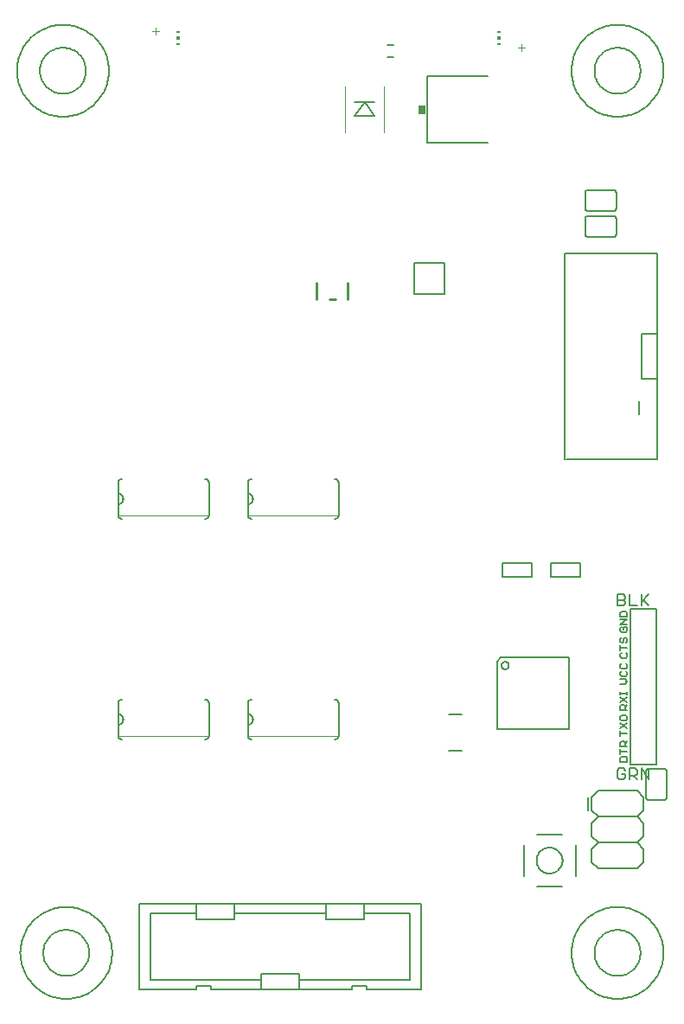
<source format=gto>
G75*
G70*
%OFA0B0*%
%FSLAX24Y24*%
%IPPOS*%
%LPD*%
%AMOC8*
5,1,8,0,0,1.08239X$1,22.5*
%
%ADD10C,0.0060*%
%ADD11C,0.0080*%
%ADD12C,0.0050*%
%ADD13C,0.0020*%
%ADD14C,0.0100*%
%ADD15R,0.0300X0.0340*%
%ADD16C,0.0040*%
%ADD17C,0.0030*%
%ADD18R,0.0118X0.0059*%
%ADD19R,0.0118X0.0118*%
D10*
X003994Y004880D02*
X003996Y004939D01*
X004002Y004998D01*
X004012Y005056D01*
X004025Y005114D01*
X004043Y005171D01*
X004064Y005226D01*
X004089Y005280D01*
X004118Y005332D01*
X004150Y005381D01*
X004185Y005429D01*
X004223Y005474D01*
X004264Y005517D01*
X004308Y005557D01*
X004354Y005593D01*
X004403Y005627D01*
X004454Y005657D01*
X004507Y005684D01*
X004562Y005707D01*
X004617Y005726D01*
X004675Y005742D01*
X004733Y005754D01*
X004791Y005762D01*
X004850Y005766D01*
X004910Y005766D01*
X004969Y005762D01*
X005027Y005754D01*
X005085Y005742D01*
X005143Y005726D01*
X005198Y005707D01*
X005253Y005684D01*
X005306Y005657D01*
X005357Y005627D01*
X005406Y005593D01*
X005452Y005557D01*
X005496Y005517D01*
X005537Y005474D01*
X005575Y005429D01*
X005610Y005381D01*
X005642Y005332D01*
X005671Y005280D01*
X005696Y005226D01*
X005717Y005171D01*
X005735Y005114D01*
X005748Y005056D01*
X005758Y004998D01*
X005764Y004939D01*
X005766Y004880D01*
X005764Y004821D01*
X005758Y004762D01*
X005748Y004704D01*
X005735Y004646D01*
X005717Y004589D01*
X005696Y004534D01*
X005671Y004480D01*
X005642Y004428D01*
X005610Y004379D01*
X005575Y004331D01*
X005537Y004286D01*
X005496Y004243D01*
X005452Y004203D01*
X005406Y004167D01*
X005357Y004133D01*
X005306Y004103D01*
X005253Y004076D01*
X005198Y004053D01*
X005143Y004034D01*
X005085Y004018D01*
X005027Y004006D01*
X004969Y003998D01*
X004910Y003994D01*
X004850Y003994D01*
X004791Y003998D01*
X004733Y004006D01*
X004675Y004018D01*
X004617Y004034D01*
X004562Y004053D01*
X004507Y004076D01*
X004454Y004103D01*
X004403Y004133D01*
X004354Y004167D01*
X004308Y004203D01*
X004264Y004243D01*
X004223Y004286D01*
X004185Y004331D01*
X004150Y004379D01*
X004118Y004428D01*
X004089Y004480D01*
X004064Y004534D01*
X004043Y004589D01*
X004025Y004646D01*
X004012Y004704D01*
X004002Y004762D01*
X003996Y004821D01*
X003994Y004880D01*
X003110Y004880D02*
X003112Y004967D01*
X003119Y005053D01*
X003129Y005140D01*
X003144Y005225D01*
X003163Y005310D01*
X003186Y005394D01*
X003213Y005476D01*
X003245Y005557D01*
X003280Y005637D01*
X003319Y005714D01*
X003362Y005790D01*
X003408Y005863D01*
X003458Y005934D01*
X003512Y006003D01*
X003569Y006069D01*
X003628Y006132D01*
X003691Y006191D01*
X003757Y006248D01*
X003826Y006302D01*
X003897Y006352D01*
X003970Y006398D01*
X004046Y006441D01*
X004123Y006480D01*
X004203Y006515D01*
X004284Y006547D01*
X004366Y006574D01*
X004450Y006597D01*
X004535Y006616D01*
X004620Y006631D01*
X004707Y006641D01*
X004793Y006648D01*
X004880Y006650D01*
X004967Y006648D01*
X005053Y006641D01*
X005140Y006631D01*
X005225Y006616D01*
X005310Y006597D01*
X005394Y006574D01*
X005476Y006547D01*
X005557Y006515D01*
X005637Y006480D01*
X005714Y006441D01*
X005790Y006398D01*
X005863Y006352D01*
X005934Y006302D01*
X006003Y006248D01*
X006069Y006191D01*
X006132Y006132D01*
X006191Y006069D01*
X006248Y006003D01*
X006302Y005934D01*
X006352Y005863D01*
X006398Y005790D01*
X006441Y005714D01*
X006480Y005637D01*
X006515Y005557D01*
X006547Y005476D01*
X006574Y005394D01*
X006597Y005310D01*
X006616Y005225D01*
X006631Y005140D01*
X006641Y005053D01*
X006648Y004967D01*
X006650Y004880D01*
X006648Y004793D01*
X006641Y004707D01*
X006631Y004620D01*
X006616Y004535D01*
X006597Y004450D01*
X006574Y004366D01*
X006547Y004284D01*
X006515Y004203D01*
X006480Y004123D01*
X006441Y004046D01*
X006398Y003970D01*
X006352Y003897D01*
X006302Y003826D01*
X006248Y003757D01*
X006191Y003691D01*
X006132Y003628D01*
X006069Y003569D01*
X006003Y003512D01*
X005934Y003458D01*
X005863Y003408D01*
X005790Y003362D01*
X005714Y003319D01*
X005637Y003280D01*
X005557Y003245D01*
X005476Y003213D01*
X005394Y003186D01*
X005310Y003163D01*
X005225Y003144D01*
X005140Y003129D01*
X005053Y003119D01*
X004967Y003112D01*
X004880Y003110D01*
X004793Y003112D01*
X004707Y003119D01*
X004620Y003129D01*
X004535Y003144D01*
X004450Y003163D01*
X004366Y003186D01*
X004284Y003213D01*
X004203Y003245D01*
X004123Y003280D01*
X004046Y003319D01*
X003970Y003362D01*
X003897Y003408D01*
X003826Y003458D01*
X003757Y003512D01*
X003691Y003569D01*
X003628Y003628D01*
X003569Y003691D01*
X003512Y003757D01*
X003458Y003826D01*
X003408Y003897D01*
X003362Y003970D01*
X003319Y004046D01*
X003280Y004123D01*
X003245Y004203D01*
X003213Y004284D01*
X003186Y004366D01*
X003163Y004450D01*
X003144Y004535D01*
X003129Y004620D01*
X003119Y004707D01*
X003112Y004793D01*
X003110Y004880D01*
X006880Y013260D02*
X006880Y013680D01*
X006880Y014080D01*
X006880Y014500D01*
X006882Y014523D01*
X006887Y014546D01*
X006896Y014568D01*
X006909Y014588D01*
X006924Y014606D01*
X006942Y014621D01*
X006962Y014634D01*
X006984Y014643D01*
X007007Y014648D01*
X007030Y014650D01*
X006880Y014080D02*
X006907Y014078D01*
X006934Y014073D01*
X006960Y014063D01*
X006984Y014051D01*
X007006Y014035D01*
X007026Y014017D01*
X007043Y013995D01*
X007058Y013972D01*
X007068Y013947D01*
X007076Y013921D01*
X007080Y013894D01*
X007080Y013866D01*
X007076Y013839D01*
X007068Y013813D01*
X007058Y013788D01*
X007043Y013765D01*
X007026Y013743D01*
X007006Y013725D01*
X006984Y013709D01*
X006960Y013697D01*
X006934Y013687D01*
X006907Y013682D01*
X006880Y013680D01*
X006880Y013260D02*
X006882Y013237D01*
X006887Y013214D01*
X006896Y013192D01*
X006909Y013172D01*
X006924Y013154D01*
X006942Y013139D01*
X006962Y013126D01*
X006984Y013117D01*
X007007Y013112D01*
X007030Y013110D01*
X010230Y013110D02*
X010253Y013112D01*
X010276Y013117D01*
X010298Y013126D01*
X010318Y013139D01*
X010336Y013154D01*
X010351Y013172D01*
X010364Y013192D01*
X010373Y013214D01*
X010378Y013237D01*
X010380Y013260D01*
X010380Y014500D01*
X010378Y014523D01*
X010373Y014546D01*
X010364Y014568D01*
X010351Y014588D01*
X010336Y014606D01*
X010318Y014621D01*
X010298Y014634D01*
X010276Y014643D01*
X010253Y014648D01*
X010230Y014650D01*
X011880Y014500D02*
X011880Y014080D01*
X011880Y013680D01*
X011880Y013260D01*
X011882Y013237D01*
X011887Y013214D01*
X011896Y013192D01*
X011909Y013172D01*
X011924Y013154D01*
X011942Y013139D01*
X011962Y013126D01*
X011984Y013117D01*
X012007Y013112D01*
X012030Y013110D01*
X011880Y013680D02*
X011907Y013682D01*
X011934Y013687D01*
X011960Y013697D01*
X011984Y013709D01*
X012006Y013725D01*
X012026Y013743D01*
X012043Y013765D01*
X012058Y013788D01*
X012068Y013813D01*
X012076Y013839D01*
X012080Y013866D01*
X012080Y013894D01*
X012076Y013921D01*
X012068Y013947D01*
X012058Y013972D01*
X012043Y013995D01*
X012026Y014017D01*
X012006Y014035D01*
X011984Y014051D01*
X011960Y014063D01*
X011934Y014073D01*
X011907Y014078D01*
X011880Y014080D01*
X011880Y014500D02*
X011882Y014523D01*
X011887Y014546D01*
X011896Y014568D01*
X011909Y014588D01*
X011924Y014606D01*
X011942Y014621D01*
X011962Y014634D01*
X011984Y014643D01*
X012007Y014648D01*
X012030Y014650D01*
X015230Y014650D02*
X015253Y014648D01*
X015276Y014643D01*
X015298Y014634D01*
X015318Y014621D01*
X015336Y014606D01*
X015351Y014588D01*
X015364Y014568D01*
X015373Y014546D01*
X015378Y014523D01*
X015380Y014500D01*
X015380Y013260D01*
X015378Y013237D01*
X015373Y013214D01*
X015364Y013192D01*
X015351Y013172D01*
X015336Y013154D01*
X015318Y013139D01*
X015298Y013126D01*
X015276Y013117D01*
X015253Y013112D01*
X015230Y013110D01*
X015230Y021610D02*
X015253Y021612D01*
X015276Y021617D01*
X015298Y021626D01*
X015318Y021639D01*
X015336Y021654D01*
X015351Y021672D01*
X015364Y021692D01*
X015373Y021714D01*
X015378Y021737D01*
X015380Y021760D01*
X015380Y023000D01*
X015378Y023023D01*
X015373Y023046D01*
X015364Y023068D01*
X015351Y023088D01*
X015336Y023106D01*
X015318Y023121D01*
X015298Y023134D01*
X015276Y023143D01*
X015253Y023148D01*
X015230Y023150D01*
X012030Y023150D02*
X012007Y023148D01*
X011984Y023143D01*
X011962Y023134D01*
X011942Y023121D01*
X011924Y023106D01*
X011909Y023088D01*
X011896Y023068D01*
X011887Y023046D01*
X011882Y023023D01*
X011880Y023000D01*
X011880Y022580D01*
X011880Y022180D01*
X011880Y021760D01*
X011882Y021737D01*
X011887Y021714D01*
X011896Y021692D01*
X011909Y021672D01*
X011924Y021654D01*
X011942Y021639D01*
X011962Y021626D01*
X011984Y021617D01*
X012007Y021612D01*
X012030Y021610D01*
X011880Y022180D02*
X011907Y022182D01*
X011934Y022187D01*
X011960Y022197D01*
X011984Y022209D01*
X012006Y022225D01*
X012026Y022243D01*
X012043Y022265D01*
X012058Y022288D01*
X012068Y022313D01*
X012076Y022339D01*
X012080Y022366D01*
X012080Y022394D01*
X012076Y022421D01*
X012068Y022447D01*
X012058Y022472D01*
X012043Y022495D01*
X012026Y022517D01*
X012006Y022535D01*
X011984Y022551D01*
X011960Y022563D01*
X011934Y022573D01*
X011907Y022578D01*
X011880Y022580D01*
X010380Y023000D02*
X010380Y021760D01*
X010378Y021737D01*
X010373Y021714D01*
X010364Y021692D01*
X010351Y021672D01*
X010336Y021654D01*
X010318Y021639D01*
X010298Y021626D01*
X010276Y021617D01*
X010253Y021612D01*
X010230Y021610D01*
X010380Y023000D02*
X010378Y023023D01*
X010373Y023046D01*
X010364Y023068D01*
X010351Y023088D01*
X010336Y023106D01*
X010318Y023121D01*
X010298Y023134D01*
X010276Y023143D01*
X010253Y023148D01*
X010230Y023150D01*
X007030Y023150D02*
X007007Y023148D01*
X006984Y023143D01*
X006962Y023134D01*
X006942Y023121D01*
X006924Y023106D01*
X006909Y023088D01*
X006896Y023068D01*
X006887Y023046D01*
X006882Y023023D01*
X006880Y023000D01*
X006880Y022580D01*
X006880Y022180D01*
X006880Y021760D01*
X006882Y021737D01*
X006887Y021714D01*
X006896Y021692D01*
X006909Y021672D01*
X006924Y021654D01*
X006942Y021639D01*
X006962Y021626D01*
X006984Y021617D01*
X007007Y021612D01*
X007030Y021610D01*
X006880Y022180D02*
X006907Y022182D01*
X006934Y022187D01*
X006960Y022197D01*
X006984Y022209D01*
X007006Y022225D01*
X007026Y022243D01*
X007043Y022265D01*
X007058Y022288D01*
X007068Y022313D01*
X007076Y022339D01*
X007080Y022366D01*
X007080Y022394D01*
X007076Y022421D01*
X007068Y022447D01*
X007058Y022472D01*
X007043Y022495D01*
X007026Y022517D01*
X007006Y022535D01*
X006984Y022551D01*
X006960Y022563D01*
X006934Y022573D01*
X006907Y022578D01*
X006880Y022580D01*
X003869Y038880D02*
X003871Y038939D01*
X003877Y038998D01*
X003887Y039056D01*
X003900Y039114D01*
X003918Y039171D01*
X003939Y039226D01*
X003964Y039280D01*
X003993Y039332D01*
X004025Y039381D01*
X004060Y039429D01*
X004098Y039474D01*
X004139Y039517D01*
X004183Y039557D01*
X004229Y039593D01*
X004278Y039627D01*
X004329Y039657D01*
X004382Y039684D01*
X004437Y039707D01*
X004492Y039726D01*
X004550Y039742D01*
X004608Y039754D01*
X004666Y039762D01*
X004725Y039766D01*
X004785Y039766D01*
X004844Y039762D01*
X004902Y039754D01*
X004960Y039742D01*
X005018Y039726D01*
X005073Y039707D01*
X005128Y039684D01*
X005181Y039657D01*
X005232Y039627D01*
X005281Y039593D01*
X005327Y039557D01*
X005371Y039517D01*
X005412Y039474D01*
X005450Y039429D01*
X005485Y039381D01*
X005517Y039332D01*
X005546Y039280D01*
X005571Y039226D01*
X005592Y039171D01*
X005610Y039114D01*
X005623Y039056D01*
X005633Y038998D01*
X005639Y038939D01*
X005641Y038880D01*
X005639Y038821D01*
X005633Y038762D01*
X005623Y038704D01*
X005610Y038646D01*
X005592Y038589D01*
X005571Y038534D01*
X005546Y038480D01*
X005517Y038428D01*
X005485Y038379D01*
X005450Y038331D01*
X005412Y038286D01*
X005371Y038243D01*
X005327Y038203D01*
X005281Y038167D01*
X005232Y038133D01*
X005181Y038103D01*
X005128Y038076D01*
X005073Y038053D01*
X005018Y038034D01*
X004960Y038018D01*
X004902Y038006D01*
X004844Y037998D01*
X004785Y037994D01*
X004725Y037994D01*
X004666Y037998D01*
X004608Y038006D01*
X004550Y038018D01*
X004492Y038034D01*
X004437Y038053D01*
X004382Y038076D01*
X004329Y038103D01*
X004278Y038133D01*
X004229Y038167D01*
X004183Y038203D01*
X004139Y038243D01*
X004098Y038286D01*
X004060Y038331D01*
X004025Y038379D01*
X003993Y038428D01*
X003964Y038480D01*
X003939Y038534D01*
X003918Y038589D01*
X003900Y038646D01*
X003887Y038704D01*
X003877Y038762D01*
X003871Y038821D01*
X003869Y038880D01*
X002985Y038880D02*
X002987Y038967D01*
X002994Y039053D01*
X003004Y039140D01*
X003019Y039225D01*
X003038Y039310D01*
X003061Y039394D01*
X003088Y039476D01*
X003120Y039557D01*
X003155Y039637D01*
X003194Y039714D01*
X003237Y039790D01*
X003283Y039863D01*
X003333Y039934D01*
X003387Y040003D01*
X003444Y040069D01*
X003503Y040132D01*
X003566Y040191D01*
X003632Y040248D01*
X003701Y040302D01*
X003772Y040352D01*
X003845Y040398D01*
X003921Y040441D01*
X003998Y040480D01*
X004078Y040515D01*
X004159Y040547D01*
X004241Y040574D01*
X004325Y040597D01*
X004410Y040616D01*
X004495Y040631D01*
X004582Y040641D01*
X004668Y040648D01*
X004755Y040650D01*
X004842Y040648D01*
X004928Y040641D01*
X005015Y040631D01*
X005100Y040616D01*
X005185Y040597D01*
X005269Y040574D01*
X005351Y040547D01*
X005432Y040515D01*
X005512Y040480D01*
X005589Y040441D01*
X005665Y040398D01*
X005738Y040352D01*
X005809Y040302D01*
X005878Y040248D01*
X005944Y040191D01*
X006007Y040132D01*
X006066Y040069D01*
X006123Y040003D01*
X006177Y039934D01*
X006227Y039863D01*
X006273Y039790D01*
X006316Y039714D01*
X006355Y039637D01*
X006390Y039557D01*
X006422Y039476D01*
X006449Y039394D01*
X006472Y039310D01*
X006491Y039225D01*
X006506Y039140D01*
X006516Y039053D01*
X006523Y038967D01*
X006525Y038880D01*
X006523Y038793D01*
X006516Y038707D01*
X006506Y038620D01*
X006491Y038535D01*
X006472Y038450D01*
X006449Y038366D01*
X006422Y038284D01*
X006390Y038203D01*
X006355Y038123D01*
X006316Y038046D01*
X006273Y037970D01*
X006227Y037897D01*
X006177Y037826D01*
X006123Y037757D01*
X006066Y037691D01*
X006007Y037628D01*
X005944Y037569D01*
X005878Y037512D01*
X005809Y037458D01*
X005738Y037408D01*
X005665Y037362D01*
X005589Y037319D01*
X005512Y037280D01*
X005432Y037245D01*
X005351Y037213D01*
X005269Y037186D01*
X005185Y037163D01*
X005100Y037144D01*
X005015Y037129D01*
X004928Y037119D01*
X004842Y037112D01*
X004755Y037110D01*
X004668Y037112D01*
X004582Y037119D01*
X004495Y037129D01*
X004410Y037144D01*
X004325Y037163D01*
X004241Y037186D01*
X004159Y037213D01*
X004078Y037245D01*
X003998Y037280D01*
X003921Y037319D01*
X003845Y037362D01*
X003772Y037408D01*
X003701Y037458D01*
X003632Y037512D01*
X003566Y037569D01*
X003503Y037628D01*
X003444Y037691D01*
X003387Y037757D01*
X003333Y037826D01*
X003283Y037897D01*
X003237Y037970D01*
X003194Y038046D01*
X003155Y038123D01*
X003120Y038203D01*
X003088Y038284D01*
X003061Y038366D01*
X003038Y038450D01*
X003019Y038535D01*
X003004Y038620D01*
X002994Y038707D01*
X002987Y038793D01*
X002985Y038880D01*
X017262Y039394D02*
X017498Y039394D01*
X017498Y039866D02*
X017262Y039866D01*
X024880Y034180D02*
X024880Y033580D01*
X024882Y033563D01*
X024886Y033546D01*
X024893Y033530D01*
X024903Y033516D01*
X024916Y033503D01*
X024930Y033493D01*
X024946Y033486D01*
X024963Y033482D01*
X024980Y033480D01*
X025980Y033480D01*
X025997Y033482D01*
X026014Y033486D01*
X026030Y033493D01*
X026044Y033503D01*
X026057Y033516D01*
X026067Y033530D01*
X026074Y033546D01*
X026078Y033563D01*
X026080Y033580D01*
X026080Y034180D01*
X026078Y034197D01*
X026074Y034214D01*
X026067Y034230D01*
X026057Y034244D01*
X026044Y034257D01*
X026030Y034267D01*
X026014Y034274D01*
X025997Y034278D01*
X025980Y034280D01*
X024980Y034280D01*
X024963Y034278D01*
X024946Y034274D01*
X024930Y034267D01*
X024916Y034257D01*
X024903Y034244D01*
X024893Y034230D01*
X024886Y034214D01*
X024882Y034197D01*
X024880Y034180D01*
X024980Y033280D02*
X025980Y033280D01*
X025997Y033278D01*
X026014Y033274D01*
X026030Y033267D01*
X026044Y033257D01*
X026057Y033244D01*
X026067Y033230D01*
X026074Y033214D01*
X026078Y033197D01*
X026080Y033180D01*
X026080Y032580D01*
X026078Y032563D01*
X026074Y032546D01*
X026067Y032530D01*
X026057Y032516D01*
X026044Y032503D01*
X026030Y032493D01*
X026014Y032486D01*
X025997Y032482D01*
X025980Y032480D01*
X024980Y032480D01*
X024963Y032482D01*
X024946Y032486D01*
X024930Y032493D01*
X024916Y032503D01*
X024903Y032516D01*
X024893Y032530D01*
X024886Y032546D01*
X024882Y032563D01*
X024880Y032580D01*
X024880Y033180D01*
X024882Y033197D01*
X024886Y033214D01*
X024893Y033230D01*
X024903Y033244D01*
X024916Y033257D01*
X024930Y033267D01*
X024946Y033274D01*
X024963Y033278D01*
X024980Y033280D01*
X025244Y038880D02*
X025246Y038939D01*
X025252Y038998D01*
X025262Y039056D01*
X025275Y039114D01*
X025293Y039171D01*
X025314Y039226D01*
X025339Y039280D01*
X025368Y039332D01*
X025400Y039381D01*
X025435Y039429D01*
X025473Y039474D01*
X025514Y039517D01*
X025558Y039557D01*
X025604Y039593D01*
X025653Y039627D01*
X025704Y039657D01*
X025757Y039684D01*
X025812Y039707D01*
X025867Y039726D01*
X025925Y039742D01*
X025983Y039754D01*
X026041Y039762D01*
X026100Y039766D01*
X026160Y039766D01*
X026219Y039762D01*
X026277Y039754D01*
X026335Y039742D01*
X026393Y039726D01*
X026448Y039707D01*
X026503Y039684D01*
X026556Y039657D01*
X026607Y039627D01*
X026656Y039593D01*
X026702Y039557D01*
X026746Y039517D01*
X026787Y039474D01*
X026825Y039429D01*
X026860Y039381D01*
X026892Y039332D01*
X026921Y039280D01*
X026946Y039226D01*
X026967Y039171D01*
X026985Y039114D01*
X026998Y039056D01*
X027008Y038998D01*
X027014Y038939D01*
X027016Y038880D01*
X027014Y038821D01*
X027008Y038762D01*
X026998Y038704D01*
X026985Y038646D01*
X026967Y038589D01*
X026946Y038534D01*
X026921Y038480D01*
X026892Y038428D01*
X026860Y038379D01*
X026825Y038331D01*
X026787Y038286D01*
X026746Y038243D01*
X026702Y038203D01*
X026656Y038167D01*
X026607Y038133D01*
X026556Y038103D01*
X026503Y038076D01*
X026448Y038053D01*
X026393Y038034D01*
X026335Y038018D01*
X026277Y038006D01*
X026219Y037998D01*
X026160Y037994D01*
X026100Y037994D01*
X026041Y037998D01*
X025983Y038006D01*
X025925Y038018D01*
X025867Y038034D01*
X025812Y038053D01*
X025757Y038076D01*
X025704Y038103D01*
X025653Y038133D01*
X025604Y038167D01*
X025558Y038203D01*
X025514Y038243D01*
X025473Y038286D01*
X025435Y038331D01*
X025400Y038379D01*
X025368Y038428D01*
X025339Y038480D01*
X025314Y038534D01*
X025293Y038589D01*
X025275Y038646D01*
X025262Y038704D01*
X025252Y038762D01*
X025246Y038821D01*
X025244Y038880D01*
X024360Y038880D02*
X024362Y038967D01*
X024369Y039053D01*
X024379Y039140D01*
X024394Y039225D01*
X024413Y039310D01*
X024436Y039394D01*
X024463Y039476D01*
X024495Y039557D01*
X024530Y039637D01*
X024569Y039714D01*
X024612Y039790D01*
X024658Y039863D01*
X024708Y039934D01*
X024762Y040003D01*
X024819Y040069D01*
X024878Y040132D01*
X024941Y040191D01*
X025007Y040248D01*
X025076Y040302D01*
X025147Y040352D01*
X025220Y040398D01*
X025296Y040441D01*
X025373Y040480D01*
X025453Y040515D01*
X025534Y040547D01*
X025616Y040574D01*
X025700Y040597D01*
X025785Y040616D01*
X025870Y040631D01*
X025957Y040641D01*
X026043Y040648D01*
X026130Y040650D01*
X026217Y040648D01*
X026303Y040641D01*
X026390Y040631D01*
X026475Y040616D01*
X026560Y040597D01*
X026644Y040574D01*
X026726Y040547D01*
X026807Y040515D01*
X026887Y040480D01*
X026964Y040441D01*
X027040Y040398D01*
X027113Y040352D01*
X027184Y040302D01*
X027253Y040248D01*
X027319Y040191D01*
X027382Y040132D01*
X027441Y040069D01*
X027498Y040003D01*
X027552Y039934D01*
X027602Y039863D01*
X027648Y039790D01*
X027691Y039714D01*
X027730Y039637D01*
X027765Y039557D01*
X027797Y039476D01*
X027824Y039394D01*
X027847Y039310D01*
X027866Y039225D01*
X027881Y039140D01*
X027891Y039053D01*
X027898Y038967D01*
X027900Y038880D01*
X027898Y038793D01*
X027891Y038707D01*
X027881Y038620D01*
X027866Y038535D01*
X027847Y038450D01*
X027824Y038366D01*
X027797Y038284D01*
X027765Y038203D01*
X027730Y038123D01*
X027691Y038046D01*
X027648Y037970D01*
X027602Y037897D01*
X027552Y037826D01*
X027498Y037757D01*
X027441Y037691D01*
X027382Y037628D01*
X027319Y037569D01*
X027253Y037512D01*
X027184Y037458D01*
X027113Y037408D01*
X027040Y037362D01*
X026964Y037319D01*
X026887Y037280D01*
X026807Y037245D01*
X026726Y037213D01*
X026644Y037186D01*
X026560Y037163D01*
X026475Y037144D01*
X026390Y037129D01*
X026303Y037119D01*
X026217Y037112D01*
X026130Y037110D01*
X026043Y037112D01*
X025957Y037119D01*
X025870Y037129D01*
X025785Y037144D01*
X025700Y037163D01*
X025616Y037186D01*
X025534Y037213D01*
X025453Y037245D01*
X025373Y037280D01*
X025296Y037319D01*
X025220Y037362D01*
X025147Y037408D01*
X025076Y037458D01*
X025007Y037512D01*
X024941Y037569D01*
X024878Y037628D01*
X024819Y037691D01*
X024762Y037757D01*
X024708Y037826D01*
X024658Y037897D01*
X024612Y037970D01*
X024569Y038046D01*
X024530Y038123D01*
X024495Y038203D01*
X024463Y038284D01*
X024436Y038366D01*
X024413Y038450D01*
X024394Y038535D01*
X024379Y038620D01*
X024369Y038707D01*
X024362Y038793D01*
X024360Y038880D01*
X024690Y019890D02*
X023570Y019890D01*
X023570Y019370D01*
X024690Y019370D01*
X024690Y019890D01*
X022818Y019890D02*
X022818Y019370D01*
X021698Y019370D01*
X021698Y019890D01*
X022818Y019890D01*
X021640Y016260D02*
X021500Y016120D01*
X021500Y013500D01*
X024260Y013500D01*
X024260Y016260D01*
X021640Y016260D01*
X021659Y015960D02*
X021661Y015983D01*
X021667Y016006D01*
X021676Y016027D01*
X021689Y016047D01*
X021705Y016064D01*
X021723Y016078D01*
X021743Y016089D01*
X021765Y016097D01*
X021788Y016101D01*
X021812Y016101D01*
X021835Y016097D01*
X021857Y016089D01*
X021877Y016078D01*
X021895Y016064D01*
X021911Y016047D01*
X021924Y016027D01*
X021933Y016006D01*
X021939Y015983D01*
X021941Y015960D01*
X021939Y015937D01*
X021933Y015914D01*
X021924Y015893D01*
X021911Y015873D01*
X021895Y015856D01*
X021877Y015842D01*
X021857Y015831D01*
X021835Y015823D01*
X021812Y015819D01*
X021788Y015819D01*
X021765Y015823D01*
X021743Y015831D01*
X021723Y015842D01*
X021705Y015856D01*
X021689Y015873D01*
X021676Y015893D01*
X021667Y015914D01*
X021661Y015937D01*
X021659Y015960D01*
X027230Y011880D02*
X027230Y010880D01*
X027232Y010863D01*
X027236Y010846D01*
X027243Y010830D01*
X027253Y010816D01*
X027266Y010803D01*
X027280Y010793D01*
X027296Y010786D01*
X027313Y010782D01*
X027330Y010780D01*
X027930Y010780D01*
X027947Y010782D01*
X027964Y010786D01*
X027980Y010793D01*
X027994Y010803D01*
X028007Y010816D01*
X028017Y010830D01*
X028024Y010846D01*
X028028Y010863D01*
X028030Y010880D01*
X028030Y011880D01*
X028028Y011897D01*
X028024Y011914D01*
X028017Y011930D01*
X028007Y011944D01*
X027994Y011957D01*
X027980Y011967D01*
X027964Y011974D01*
X027947Y011978D01*
X027930Y011980D01*
X027330Y011980D01*
X027313Y011978D01*
X027296Y011974D01*
X027280Y011967D01*
X027266Y011957D01*
X027253Y011944D01*
X027243Y011930D01*
X027236Y011914D01*
X027232Y011897D01*
X027230Y011880D01*
X025244Y004880D02*
X025246Y004939D01*
X025252Y004998D01*
X025262Y005056D01*
X025275Y005114D01*
X025293Y005171D01*
X025314Y005226D01*
X025339Y005280D01*
X025368Y005332D01*
X025400Y005381D01*
X025435Y005429D01*
X025473Y005474D01*
X025514Y005517D01*
X025558Y005557D01*
X025604Y005593D01*
X025653Y005627D01*
X025704Y005657D01*
X025757Y005684D01*
X025812Y005707D01*
X025867Y005726D01*
X025925Y005742D01*
X025983Y005754D01*
X026041Y005762D01*
X026100Y005766D01*
X026160Y005766D01*
X026219Y005762D01*
X026277Y005754D01*
X026335Y005742D01*
X026393Y005726D01*
X026448Y005707D01*
X026503Y005684D01*
X026556Y005657D01*
X026607Y005627D01*
X026656Y005593D01*
X026702Y005557D01*
X026746Y005517D01*
X026787Y005474D01*
X026825Y005429D01*
X026860Y005381D01*
X026892Y005332D01*
X026921Y005280D01*
X026946Y005226D01*
X026967Y005171D01*
X026985Y005114D01*
X026998Y005056D01*
X027008Y004998D01*
X027014Y004939D01*
X027016Y004880D01*
X027014Y004821D01*
X027008Y004762D01*
X026998Y004704D01*
X026985Y004646D01*
X026967Y004589D01*
X026946Y004534D01*
X026921Y004480D01*
X026892Y004428D01*
X026860Y004379D01*
X026825Y004331D01*
X026787Y004286D01*
X026746Y004243D01*
X026702Y004203D01*
X026656Y004167D01*
X026607Y004133D01*
X026556Y004103D01*
X026503Y004076D01*
X026448Y004053D01*
X026393Y004034D01*
X026335Y004018D01*
X026277Y004006D01*
X026219Y003998D01*
X026160Y003994D01*
X026100Y003994D01*
X026041Y003998D01*
X025983Y004006D01*
X025925Y004018D01*
X025867Y004034D01*
X025812Y004053D01*
X025757Y004076D01*
X025704Y004103D01*
X025653Y004133D01*
X025604Y004167D01*
X025558Y004203D01*
X025514Y004243D01*
X025473Y004286D01*
X025435Y004331D01*
X025400Y004379D01*
X025368Y004428D01*
X025339Y004480D01*
X025314Y004534D01*
X025293Y004589D01*
X025275Y004646D01*
X025262Y004704D01*
X025252Y004762D01*
X025246Y004821D01*
X025244Y004880D01*
X024360Y004880D02*
X024362Y004967D01*
X024369Y005053D01*
X024379Y005140D01*
X024394Y005225D01*
X024413Y005310D01*
X024436Y005394D01*
X024463Y005476D01*
X024495Y005557D01*
X024530Y005637D01*
X024569Y005714D01*
X024612Y005790D01*
X024658Y005863D01*
X024708Y005934D01*
X024762Y006003D01*
X024819Y006069D01*
X024878Y006132D01*
X024941Y006191D01*
X025007Y006248D01*
X025076Y006302D01*
X025147Y006352D01*
X025220Y006398D01*
X025296Y006441D01*
X025373Y006480D01*
X025453Y006515D01*
X025534Y006547D01*
X025616Y006574D01*
X025700Y006597D01*
X025785Y006616D01*
X025870Y006631D01*
X025957Y006641D01*
X026043Y006648D01*
X026130Y006650D01*
X026217Y006648D01*
X026303Y006641D01*
X026390Y006631D01*
X026475Y006616D01*
X026560Y006597D01*
X026644Y006574D01*
X026726Y006547D01*
X026807Y006515D01*
X026887Y006480D01*
X026964Y006441D01*
X027040Y006398D01*
X027113Y006352D01*
X027184Y006302D01*
X027253Y006248D01*
X027319Y006191D01*
X027382Y006132D01*
X027441Y006069D01*
X027498Y006003D01*
X027552Y005934D01*
X027602Y005863D01*
X027648Y005790D01*
X027691Y005714D01*
X027730Y005637D01*
X027765Y005557D01*
X027797Y005476D01*
X027824Y005394D01*
X027847Y005310D01*
X027866Y005225D01*
X027881Y005140D01*
X027891Y005053D01*
X027898Y004967D01*
X027900Y004880D01*
X027898Y004793D01*
X027891Y004707D01*
X027881Y004620D01*
X027866Y004535D01*
X027847Y004450D01*
X027824Y004366D01*
X027797Y004284D01*
X027765Y004203D01*
X027730Y004123D01*
X027691Y004046D01*
X027648Y003970D01*
X027602Y003897D01*
X027552Y003826D01*
X027498Y003757D01*
X027441Y003691D01*
X027382Y003628D01*
X027319Y003569D01*
X027253Y003512D01*
X027184Y003458D01*
X027113Y003408D01*
X027040Y003362D01*
X026964Y003319D01*
X026887Y003280D01*
X026807Y003245D01*
X026726Y003213D01*
X026644Y003186D01*
X026560Y003163D01*
X026475Y003144D01*
X026390Y003129D01*
X026303Y003119D01*
X026217Y003112D01*
X026130Y003110D01*
X026043Y003112D01*
X025957Y003119D01*
X025870Y003129D01*
X025785Y003144D01*
X025700Y003163D01*
X025616Y003186D01*
X025534Y003213D01*
X025453Y003245D01*
X025373Y003280D01*
X025296Y003319D01*
X025220Y003362D01*
X025147Y003408D01*
X025076Y003458D01*
X025007Y003512D01*
X024941Y003569D01*
X024878Y003628D01*
X024819Y003691D01*
X024762Y003757D01*
X024708Y003826D01*
X024658Y003897D01*
X024612Y003970D01*
X024569Y004046D01*
X024530Y004123D01*
X024495Y004203D01*
X024463Y004284D01*
X024436Y004366D01*
X024413Y004450D01*
X024394Y004535D01*
X024379Y004620D01*
X024369Y004707D01*
X024362Y004793D01*
X024360Y004880D01*
D11*
X023999Y007440D02*
X023011Y007440D01*
X022511Y007834D02*
X022511Y009046D01*
X023023Y009440D02*
X023999Y009440D01*
X024511Y009046D02*
X024511Y007834D01*
X025130Y008380D02*
X025130Y008880D01*
X025380Y009130D01*
X026880Y009130D01*
X027130Y008880D01*
X027130Y008380D01*
X026880Y008130D01*
X025380Y008130D01*
X025130Y008380D01*
X025380Y009130D02*
X025130Y009380D01*
X025130Y009880D01*
X025380Y010130D01*
X026880Y010130D01*
X027130Y009880D01*
X027130Y009380D01*
X026880Y009130D01*
X026880Y010130D02*
X027130Y010380D01*
X027130Y010880D01*
X026880Y011130D01*
X025380Y011130D01*
X025130Y010880D01*
X025130Y010380D01*
X025380Y010130D01*
X024998Y010380D02*
X024998Y010880D01*
X026139Y011640D02*
X026209Y011570D01*
X026349Y011570D01*
X026419Y011640D01*
X026419Y011780D01*
X026279Y011780D01*
X026139Y011920D02*
X026139Y011640D01*
X026139Y011920D02*
X026209Y011990D01*
X026349Y011990D01*
X026419Y011920D01*
X026599Y011990D02*
X026809Y011990D01*
X026879Y011920D01*
X026879Y011780D01*
X026809Y011710D01*
X026599Y011710D01*
X026599Y011570D02*
X026599Y011990D01*
X026739Y011710D02*
X026879Y011570D01*
X027060Y011570D02*
X027060Y011990D01*
X027340Y011570D01*
X027340Y011990D01*
X023011Y008440D02*
X023013Y008484D01*
X023019Y008528D01*
X023029Y008571D01*
X023042Y008613D01*
X023059Y008654D01*
X023080Y008693D01*
X023104Y008730D01*
X023131Y008765D01*
X023161Y008797D01*
X023194Y008827D01*
X023230Y008853D01*
X023267Y008877D01*
X023307Y008896D01*
X023348Y008913D01*
X023391Y008925D01*
X023434Y008934D01*
X023478Y008939D01*
X023522Y008940D01*
X023566Y008937D01*
X023610Y008930D01*
X023653Y008919D01*
X023695Y008905D01*
X023735Y008887D01*
X023774Y008865D01*
X023810Y008841D01*
X023844Y008813D01*
X023876Y008782D01*
X023905Y008748D01*
X023931Y008712D01*
X023953Y008674D01*
X023972Y008634D01*
X023987Y008592D01*
X023999Y008550D01*
X024007Y008506D01*
X024011Y008462D01*
X024011Y008418D01*
X024007Y008374D01*
X023999Y008330D01*
X023987Y008288D01*
X023972Y008246D01*
X023953Y008206D01*
X023931Y008168D01*
X023905Y008132D01*
X023876Y008098D01*
X023844Y008067D01*
X023810Y008039D01*
X023774Y008015D01*
X023735Y007993D01*
X023695Y007975D01*
X023653Y007961D01*
X023610Y007950D01*
X023566Y007943D01*
X023522Y007940D01*
X023478Y007941D01*
X023434Y007946D01*
X023391Y007955D01*
X023348Y007967D01*
X023307Y007984D01*
X023267Y008003D01*
X023230Y008027D01*
X023194Y008053D01*
X023161Y008083D01*
X023131Y008115D01*
X023104Y008150D01*
X023080Y008187D01*
X023059Y008226D01*
X023042Y008267D01*
X023029Y008309D01*
X023019Y008352D01*
X023013Y008396D01*
X023011Y008440D01*
X020136Y012671D02*
X019624Y012671D01*
X019624Y014089D02*
X020136Y014089D01*
X018567Y006784D02*
X016371Y006784D01*
X016371Y006173D01*
X014889Y006173D01*
X014889Y006784D01*
X016371Y006784D01*
X016374Y006419D02*
X018124Y006419D01*
X018124Y003841D01*
X013871Y003841D01*
X013871Y004087D02*
X013871Y003476D01*
X012389Y003476D01*
X010468Y003476D01*
X010468Y003595D01*
X009886Y003595D01*
X009886Y003476D01*
X007693Y003476D01*
X007693Y006784D01*
X009889Y006784D01*
X009889Y006173D01*
X011371Y006173D01*
X011371Y006784D01*
X014889Y006784D01*
X014888Y006419D02*
X011372Y006419D01*
X011371Y006784D02*
X009889Y006784D01*
X009886Y006419D02*
X008136Y006419D01*
X008136Y003841D01*
X012389Y003841D01*
X012389Y004087D02*
X012389Y003476D01*
X012389Y004087D02*
X013871Y004087D01*
X013871Y003476D02*
X015886Y003476D01*
X015886Y003595D01*
X016468Y003595D01*
X016468Y003476D01*
X018567Y003476D01*
X018567Y006784D01*
X026139Y018270D02*
X026349Y018270D01*
X026419Y018340D01*
X026419Y018410D01*
X026349Y018480D01*
X026139Y018480D01*
X026139Y018270D02*
X026139Y018690D01*
X026349Y018690D01*
X026419Y018620D01*
X026419Y018550D01*
X026349Y018480D01*
X026599Y018690D02*
X026599Y018270D01*
X026879Y018270D01*
X027060Y018270D02*
X027060Y018690D01*
X027130Y018480D02*
X027340Y018270D01*
X027060Y018410D02*
X027340Y018690D01*
X027652Y023904D02*
X024148Y023904D01*
X024108Y023904D02*
X024108Y031856D01*
X027652Y031856D01*
X027652Y028746D01*
X027061Y028746D01*
X027061Y027014D01*
X027652Y027014D01*
X027652Y023904D01*
X026973Y025630D02*
X026973Y026130D01*
X027652Y027014D02*
X027652Y028746D01*
X021140Y036090D02*
X018780Y036090D01*
X018780Y038670D01*
X021140Y038670D01*
X016774Y037667D02*
X015986Y037667D01*
X016380Y037667D02*
X015986Y037127D01*
X016774Y037127D01*
X016380Y037667D01*
D12*
X018289Y031471D02*
X019471Y031471D01*
X019471Y030289D01*
X018289Y030289D01*
X018289Y031471D01*
X026630Y018130D02*
X027630Y018130D01*
X027630Y012130D01*
X026630Y012130D01*
X026630Y018130D01*
X026505Y017979D02*
X026460Y018024D01*
X026280Y018024D01*
X026235Y017979D01*
X026235Y017844D01*
X026505Y017844D01*
X026505Y017979D01*
X026505Y017730D02*
X026235Y017730D01*
X026235Y017550D02*
X026505Y017730D01*
X026505Y017550D02*
X026235Y017550D01*
X026280Y017435D02*
X026235Y017390D01*
X026235Y017300D01*
X026280Y017255D01*
X026460Y017255D01*
X026505Y017300D01*
X026505Y017390D01*
X026460Y017435D01*
X026370Y017435D01*
X026370Y017345D01*
X026415Y017024D02*
X026460Y017024D01*
X026505Y016979D01*
X026505Y016889D01*
X026460Y016844D01*
X026370Y016889D02*
X026370Y016979D01*
X026415Y017024D01*
X026280Y017024D02*
X026235Y016979D01*
X026235Y016889D01*
X026280Y016844D01*
X026325Y016844D01*
X026370Y016889D01*
X026235Y016730D02*
X026235Y016550D01*
X026235Y016640D02*
X026505Y016640D01*
X026460Y016435D02*
X026505Y016390D01*
X026505Y016300D01*
X026460Y016255D01*
X026280Y016255D01*
X026235Y016300D01*
X026235Y016390D01*
X026280Y016435D01*
X026280Y016024D02*
X026235Y015979D01*
X026235Y015889D01*
X026280Y015844D01*
X026460Y015844D01*
X026505Y015889D01*
X026505Y015979D01*
X026460Y016024D01*
X026460Y015730D02*
X026505Y015685D01*
X026505Y015595D01*
X026460Y015550D01*
X026280Y015550D01*
X026235Y015595D01*
X026235Y015685D01*
X026280Y015730D01*
X026235Y015435D02*
X026415Y015435D01*
X026505Y015345D01*
X026415Y015255D01*
X026235Y015255D01*
X026235Y014934D02*
X026235Y014844D01*
X026235Y014889D02*
X026505Y014889D01*
X026505Y014844D02*
X026505Y014934D01*
X026505Y014730D02*
X026235Y014550D01*
X026280Y014435D02*
X026370Y014435D01*
X026415Y014390D01*
X026415Y014255D01*
X026505Y014255D02*
X026235Y014255D01*
X026235Y014390D01*
X026280Y014435D01*
X026415Y014345D02*
X026505Y014435D01*
X026505Y014550D02*
X026235Y014730D01*
X026280Y014024D02*
X026235Y013979D01*
X026235Y013889D01*
X026280Y013844D01*
X026460Y013844D01*
X026505Y013889D01*
X026505Y013979D01*
X026460Y014024D01*
X026280Y014024D01*
X026235Y013730D02*
X026505Y013550D01*
X026505Y013730D02*
X026235Y013550D01*
X026235Y013435D02*
X026235Y013255D01*
X026235Y013345D02*
X026505Y013345D01*
X026505Y013024D02*
X026415Y012934D01*
X026415Y012979D02*
X026415Y012844D01*
X026505Y012844D02*
X026235Y012844D01*
X026235Y012979D01*
X026280Y013024D01*
X026370Y013024D01*
X026415Y012979D01*
X026235Y012730D02*
X026235Y012550D01*
X026235Y012640D02*
X026505Y012640D01*
X026460Y012435D02*
X026280Y012435D01*
X026235Y012390D01*
X026235Y012255D01*
X026505Y012255D01*
X026505Y012390D01*
X026460Y012435D01*
D13*
X015380Y013250D02*
X011880Y013250D01*
X010380Y013250D02*
X006880Y013250D01*
X006880Y021750D02*
X010380Y021750D01*
X011880Y021750D02*
X015380Y021750D01*
D14*
X015248Y030065D02*
X015012Y030065D01*
X014539Y030065D02*
X014539Y030695D01*
X015721Y030695D02*
X015721Y030065D01*
D15*
X018590Y037380D03*
D16*
X017130Y038270D02*
X017130Y036490D01*
X015630Y036490D02*
X015630Y038270D01*
D17*
X022306Y039768D02*
X022553Y039768D01*
X022430Y039645D02*
X022430Y039892D01*
X008453Y040400D02*
X008206Y040400D01*
X008330Y040277D02*
X008330Y040524D01*
D18*
X009189Y040366D03*
X009189Y039894D03*
X021571Y039894D03*
X021571Y040366D03*
D19*
X021571Y040130D03*
X009189Y040130D03*
M02*

</source>
